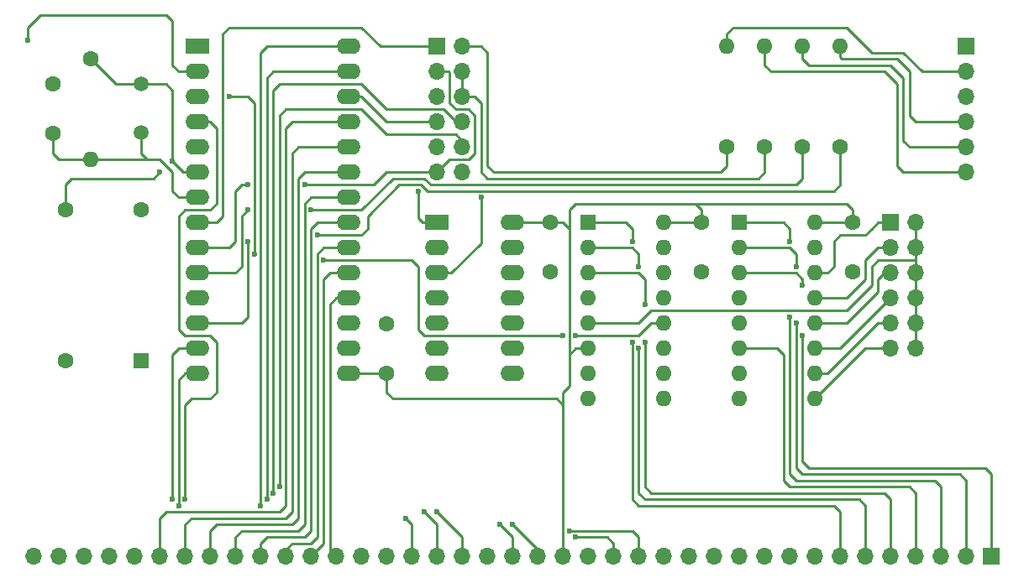
<source format=gtl>
G04 #@! TF.GenerationSoftware,KiCad,Pcbnew,(5.1.5)-3*
G04 #@! TF.CreationDate,2020-10-17T22:09:53+02:00*
G04 #@! TF.ProjectId,RC1 ACIA,52433120-4143-4494-912e-6b696361645f,rev?*
G04 #@! TF.SameCoordinates,Original*
G04 #@! TF.FileFunction,Copper,L1,Top*
G04 #@! TF.FilePolarity,Positive*
%FSLAX46Y46*%
G04 Gerber Fmt 4.6, Leading zero omitted, Abs format (unit mm)*
G04 Created by KiCad (PCBNEW (5.1.5)-3) date 2020-10-17 22:09:53*
%MOMM*%
%LPD*%
G04 APERTURE LIST*
%ADD10C,1.600000*%
%ADD11R,1.700000X1.700000*%
%ADD12O,1.700000X1.700000*%
%ADD13R,1.600000X1.600000*%
%ADD14O,1.600000X1.600000*%
%ADD15R,2.400000X1.600000*%
%ADD16O,2.400000X1.600000*%
%ADD17C,1.500000*%
%ADD18C,0.600000*%
%ADD19C,0.250000*%
G04 APERTURE END LIST*
D10*
X98425000Y-99695000D03*
X98425000Y-104695000D03*
D11*
X193040000Y-147320000D03*
D12*
X190500000Y-147320000D03*
X187960000Y-147320000D03*
X185420000Y-147320000D03*
X182880000Y-147320000D03*
X180340000Y-147320000D03*
X177800000Y-147320000D03*
X175260000Y-147320000D03*
X172720000Y-147320000D03*
X170180000Y-147320000D03*
X167640000Y-147320000D03*
X165100000Y-147320000D03*
X162560000Y-147320000D03*
X160020000Y-147320000D03*
X157480000Y-147320000D03*
X154940000Y-147320000D03*
X152400000Y-147320000D03*
X149860000Y-147320000D03*
X147320000Y-147320000D03*
X144780000Y-147320000D03*
X142240000Y-147320000D03*
X139700000Y-147320000D03*
X137160000Y-147320000D03*
X134620000Y-147320000D03*
X132080000Y-147320000D03*
X129540000Y-147320000D03*
X127000000Y-147320000D03*
X124460000Y-147320000D03*
X121920000Y-147320000D03*
X119380000Y-147320000D03*
X116840000Y-147320000D03*
X114300000Y-147320000D03*
X111760000Y-147320000D03*
X109220000Y-147320000D03*
X106680000Y-147320000D03*
X104140000Y-147320000D03*
X101600000Y-147320000D03*
X99060000Y-147320000D03*
X96520000Y-147320000D03*
D13*
X167640000Y-113665000D03*
D14*
X175260000Y-131445000D03*
X167640000Y-116205000D03*
X175260000Y-128905000D03*
X167640000Y-118745000D03*
X175260000Y-126365000D03*
X167640000Y-121285000D03*
X175260000Y-123825000D03*
X167640000Y-123825000D03*
X175260000Y-121285000D03*
X167640000Y-126365000D03*
X175260000Y-118745000D03*
X167640000Y-128905000D03*
X175260000Y-116205000D03*
X167640000Y-131445000D03*
X175260000Y-113665000D03*
D13*
X152400000Y-113665000D03*
D14*
X160020000Y-131445000D03*
X152400000Y-116205000D03*
X160020000Y-128905000D03*
X152400000Y-118745000D03*
X160020000Y-126365000D03*
X152400000Y-121285000D03*
X160020000Y-123825000D03*
X152400000Y-123825000D03*
X160020000Y-121285000D03*
X152400000Y-126365000D03*
X160020000Y-118745000D03*
X152400000Y-128905000D03*
X160020000Y-116205000D03*
X152400000Y-131445000D03*
X160020000Y-113665000D03*
D11*
X182880000Y-113665000D03*
D12*
X185420000Y-113665000D03*
X182880000Y-116205000D03*
X185420000Y-116205000D03*
X182880000Y-118745000D03*
X185420000Y-118745000D03*
X182880000Y-121285000D03*
X185420000Y-121285000D03*
X182880000Y-123825000D03*
X185420000Y-123825000D03*
X182880000Y-126365000D03*
X185420000Y-126365000D03*
D10*
X132080000Y-128905000D03*
X132080000Y-123905000D03*
X179070000Y-113665000D03*
X179070000Y-118665000D03*
X148590000Y-113665000D03*
X148590000Y-118665000D03*
X163830000Y-113665000D03*
X163830000Y-118665000D03*
D13*
X107315000Y-127635000D03*
D10*
X99695000Y-127635000D03*
X99695000Y-112395000D03*
X107315000Y-112395000D03*
D11*
X190500000Y-95885000D03*
D12*
X190500000Y-98425000D03*
X190500000Y-100965000D03*
X190500000Y-103505000D03*
X190500000Y-106045000D03*
X190500000Y-108585000D03*
D10*
X102235000Y-97155000D03*
D14*
X102235000Y-107315000D03*
D10*
X173990000Y-106045000D03*
D14*
X173990000Y-95885000D03*
D10*
X177800000Y-106045000D03*
D14*
X177800000Y-95885000D03*
D10*
X166370000Y-106045000D03*
D14*
X166370000Y-95885000D03*
D15*
X113030000Y-95885000D03*
D16*
X128270000Y-128905000D03*
X113030000Y-98425000D03*
X128270000Y-126365000D03*
X113030000Y-100965000D03*
X128270000Y-123825000D03*
X113030000Y-103505000D03*
X128270000Y-121285000D03*
X113030000Y-106045000D03*
X128270000Y-118745000D03*
X113030000Y-108585000D03*
X128270000Y-116205000D03*
X113030000Y-111125000D03*
X128270000Y-113665000D03*
X113030000Y-113665000D03*
X128270000Y-111125000D03*
X113030000Y-116205000D03*
X128270000Y-108585000D03*
X113030000Y-118745000D03*
X128270000Y-106045000D03*
X113030000Y-121285000D03*
X128270000Y-103505000D03*
X113030000Y-123825000D03*
X128270000Y-100965000D03*
X113030000Y-126365000D03*
X128270000Y-98425000D03*
X113030000Y-128905000D03*
X128270000Y-95885000D03*
D15*
X137160000Y-113665000D03*
D16*
X144780000Y-128905000D03*
X137160000Y-116205000D03*
X144780000Y-126365000D03*
X137160000Y-118745000D03*
X144780000Y-123825000D03*
X137160000Y-121285000D03*
X144780000Y-121285000D03*
X137160000Y-123825000D03*
X144780000Y-118745000D03*
X137160000Y-126365000D03*
X144780000Y-116205000D03*
X137160000Y-128905000D03*
X144780000Y-113665000D03*
D17*
X107315000Y-99695000D03*
X107315000Y-104575000D03*
D12*
X139700000Y-108585000D03*
X137160000Y-108585000D03*
X139700000Y-106045000D03*
X137160000Y-106045000D03*
X139700000Y-103505000D03*
X137160000Y-103505000D03*
X139700000Y-100965000D03*
X137160000Y-100965000D03*
X139700000Y-98425000D03*
X137160000Y-98425000D03*
X139700000Y-95885000D03*
D11*
X137160000Y-95885000D03*
D14*
X170180000Y-95885000D03*
D10*
X170180000Y-106045000D03*
D18*
X95885000Y-95250000D03*
X173990000Y-120015000D03*
X173990000Y-125095000D03*
X173355000Y-118110000D03*
X173355000Y-123825000D03*
X172720000Y-123190000D03*
X172720000Y-115570000D03*
X158115000Y-121920000D03*
X158115000Y-125730000D03*
X157480000Y-118110000D03*
X157480000Y-126365000D03*
X156845000Y-115570000D03*
X156845000Y-125730000D03*
X150495000Y-144780000D03*
X111125000Y-142240000D03*
X151130000Y-145415000D03*
X110490000Y-141605000D03*
X144780000Y-144145000D03*
X120015000Y-141605000D03*
X119380000Y-142240000D03*
X133985000Y-143510000D03*
X118745000Y-116840000D03*
X125730000Y-117475000D03*
X151130000Y-125095000D03*
X149860000Y-125095000D03*
X116205000Y-100965000D03*
X143510000Y-144145000D03*
X111760000Y-141605000D03*
X137160000Y-142875000D03*
X121285000Y-140335000D03*
X135890000Y-142875000D03*
X120650000Y-140970000D03*
X141604988Y-111125000D03*
X135255000Y-110490000D03*
X123825000Y-109855000D03*
X118110000Y-109855000D03*
X124460000Y-112395000D03*
X118110000Y-112395000D03*
X118110000Y-115570000D03*
X125095000Y-114935000D03*
X110490000Y-107495000D03*
X109220000Y-108585000D03*
D19*
X149860000Y-147320000D02*
X149860000Y-142875000D01*
X149860000Y-142875000D02*
X149860000Y-132080000D01*
X97155000Y-92710000D02*
X95885000Y-93980000D01*
X95885000Y-93980000D02*
X95885000Y-95250000D01*
X110490000Y-93345000D02*
X109855000Y-92710000D01*
X109855000Y-92710000D02*
X97155000Y-92710000D01*
X148590000Y-113665000D02*
X149860000Y-113665000D01*
X149860000Y-113665000D02*
X150495000Y-114300000D01*
X150495000Y-127000000D02*
X150495000Y-114300000D01*
X150495000Y-114300000D02*
X150495000Y-112395000D01*
X151130000Y-111760000D02*
X163195000Y-111760000D01*
X150495000Y-112395000D02*
X151130000Y-111760000D01*
X149860000Y-130810000D02*
X150495000Y-130175000D01*
X149860000Y-132080000D02*
X149860000Y-130810000D01*
X150495000Y-130175000D02*
X150495000Y-127000000D01*
X150495000Y-127000000D02*
X151130000Y-126365000D01*
X148590000Y-113665000D02*
X149225000Y-113665000D01*
X163830000Y-112395000D02*
X163195000Y-111760000D01*
X163830000Y-113665000D02*
X163830000Y-112395000D01*
X178435000Y-111760000D02*
X179070000Y-112395000D01*
X179070000Y-113665000D02*
X179070000Y-112395000D01*
X163830000Y-111760000D02*
X164465000Y-111760000D01*
X164465000Y-111760000D02*
X178435000Y-111760000D01*
X163195000Y-111760000D02*
X163830000Y-111760000D01*
X111125000Y-98425000D02*
X110490000Y-97790000D01*
X110490000Y-97790000D02*
X110490000Y-93345000D01*
X111125000Y-98425000D02*
X113030000Y-98425000D01*
X149860000Y-132080000D02*
X149225000Y-131445000D01*
X149225000Y-131445000D02*
X132715000Y-131445000D01*
X132715000Y-131445000D02*
X132080000Y-130810000D01*
X132080000Y-130810000D02*
X132080000Y-128905000D01*
X151130000Y-126365000D02*
X152400000Y-126365000D01*
X128270000Y-128905000D02*
X132080000Y-128905000D01*
X148590000Y-113665000D02*
X144780000Y-113665000D01*
X175260000Y-113665000D02*
X179070000Y-113665000D01*
X160020000Y-113665000D02*
X163830000Y-113665000D01*
X193040000Y-139700000D02*
X193040000Y-139065000D01*
X174625000Y-138430000D02*
X173990000Y-137795000D01*
X192405000Y-138430000D02*
X174625000Y-138430000D01*
X193040000Y-139065000D02*
X192405000Y-138430000D01*
X173990000Y-125095000D02*
X173990000Y-137795000D01*
X172720000Y-118745000D02*
X173355000Y-118745000D01*
X173990000Y-119380000D02*
X173990000Y-120015000D01*
X173355000Y-118745000D02*
X173990000Y-119380000D01*
X167640000Y-118745000D02*
X172720000Y-118745000D01*
X193040000Y-139700000D02*
X193040000Y-147320000D01*
X173355000Y-138430000D02*
X173990000Y-139065000D01*
X190500000Y-139700000D02*
X190500000Y-140335000D01*
X189865000Y-139065000D02*
X190500000Y-139700000D01*
X173990000Y-139065000D02*
X189865000Y-139065000D01*
X173355000Y-123825000D02*
X173355000Y-138430000D01*
X172720000Y-116205000D02*
X173355000Y-116840000D01*
X173355000Y-116840000D02*
X173355000Y-118110000D01*
X167640000Y-116205000D02*
X172720000Y-116205000D01*
X190500000Y-140335000D02*
X190500000Y-147320000D01*
X187960000Y-140970000D02*
X187960000Y-140335000D01*
X173355000Y-139700000D02*
X172720000Y-139065000D01*
X187325000Y-139700000D02*
X173355000Y-139700000D01*
X187960000Y-140335000D02*
X187325000Y-139700000D01*
X172720000Y-123190000D02*
X172720000Y-139065000D01*
X172085000Y-113665000D02*
X172720000Y-114300000D01*
X172720000Y-114300000D02*
X172720000Y-115570000D01*
X167640000Y-113665000D02*
X172085000Y-113665000D01*
X187960000Y-140970000D02*
X187960000Y-147320000D01*
X172085000Y-139700000D02*
X172720000Y-140335000D01*
X185420000Y-140970000D02*
X185420000Y-141605000D01*
X184785000Y-140335000D02*
X185420000Y-140970000D01*
X172720000Y-140335000D02*
X184785000Y-140335000D01*
X167640000Y-126365000D02*
X171450000Y-126365000D01*
X185420000Y-141605000D02*
X185420000Y-147320000D01*
X172085000Y-127000000D02*
X172085000Y-139700000D01*
X171450000Y-126365000D02*
X172085000Y-127000000D01*
X182880000Y-142240000D02*
X182880000Y-141605000D01*
X158750000Y-140970000D02*
X158115000Y-140335000D01*
X182245000Y-140970000D02*
X158750000Y-140970000D01*
X182880000Y-141605000D02*
X182245000Y-140970000D01*
X182880000Y-147320000D02*
X182880000Y-142240000D01*
X157480000Y-118745000D02*
X152400000Y-118745000D01*
X158115000Y-119380000D02*
X158115000Y-121920000D01*
X157480000Y-118745000D02*
X158115000Y-119380000D01*
X158115000Y-140335000D02*
X158115000Y-125730000D01*
X157480000Y-140970000D02*
X158115000Y-141605000D01*
X180340000Y-142240000D02*
X180340000Y-147320000D01*
X179705000Y-141605000D02*
X180340000Y-142240000D01*
X158115000Y-141605000D02*
X179705000Y-141605000D01*
X157480000Y-126365000D02*
X157480000Y-140970000D01*
X152400000Y-116205000D02*
X156845000Y-116205000D01*
X157480000Y-116840000D02*
X157480000Y-118110000D01*
X156845000Y-116205000D02*
X157480000Y-116840000D01*
X156845000Y-125730000D02*
X156845000Y-141605000D01*
X152400000Y-113665000D02*
X156210000Y-113665000D01*
X156845000Y-114300000D02*
X156845000Y-115570000D01*
X156210000Y-113665000D02*
X156845000Y-114300000D01*
X177800000Y-142875000D02*
X177800000Y-147320000D01*
X177165000Y-142240000D02*
X177800000Y-142875000D01*
X157480000Y-142240000D02*
X177165000Y-142240000D01*
X156845000Y-141605000D02*
X157480000Y-142240000D01*
X150495000Y-144780000D02*
X156845000Y-144780000D01*
X111760000Y-128905000D02*
X111125000Y-129540000D01*
X111125000Y-129540000D02*
X111125000Y-142240000D01*
X157480000Y-147320000D02*
X157480000Y-145415000D01*
X157480000Y-145415000D02*
X156845000Y-144780000D01*
X111760000Y-128905000D02*
X113030000Y-128905000D01*
X154940000Y-147320000D02*
X154940000Y-146050000D01*
X154305000Y-145415000D02*
X151130000Y-145415000D01*
X154940000Y-146050000D02*
X154305000Y-145415000D01*
X111125000Y-126365000D02*
X113030000Y-126365000D01*
X110490000Y-127000000D02*
X111125000Y-126365000D01*
X110490000Y-141605000D02*
X110490000Y-127000000D01*
X144780000Y-144145000D02*
X147320000Y-146685000D01*
X147320000Y-146685000D02*
X147320000Y-147320000D01*
X120650000Y-98425000D02*
X128270000Y-98425000D01*
X120015000Y-99060000D02*
X120650000Y-98425000D01*
X120015000Y-141605000D02*
X120015000Y-99060000D01*
X134620000Y-147320000D02*
X134620000Y-144145000D01*
X120015000Y-95885000D02*
X128270000Y-95885000D01*
X119380000Y-96520000D02*
X120015000Y-95885000D01*
X119380000Y-115570000D02*
X119380000Y-96520000D01*
X119380000Y-142240000D02*
X119380000Y-115570000D01*
X134620000Y-144145000D02*
X133985000Y-143510000D01*
X126365000Y-131445000D02*
X126365000Y-146685000D01*
X126365000Y-146685000D02*
X127000000Y-147320000D01*
X127000000Y-121285000D02*
X128270000Y-121285000D01*
X126365000Y-121920000D02*
X127000000Y-121285000D01*
X126365000Y-131445000D02*
X126365000Y-121920000D01*
X128270000Y-118745000D02*
X126365000Y-118745000D01*
X125730000Y-146050000D02*
X124460000Y-147320000D01*
X125730000Y-119380000D02*
X125730000Y-146050000D01*
X126365000Y-118745000D02*
X125730000Y-119380000D01*
X123190000Y-146050000D02*
X122555000Y-146050000D01*
X122555000Y-146050000D02*
X121920000Y-146685000D01*
X121920000Y-146685000D02*
X121920000Y-147320000D01*
X125095000Y-144145000D02*
X125095000Y-145415000D01*
X124460000Y-146050000D02*
X123190000Y-146050000D01*
X125095000Y-145415000D02*
X124460000Y-146050000D01*
X128270000Y-116205000D02*
X125730000Y-116205000D01*
X125095000Y-116840000D02*
X125095000Y-144145000D01*
X125730000Y-116205000D02*
X125095000Y-116840000D01*
X121285000Y-145415000D02*
X120015000Y-145415000D01*
X119380000Y-146050000D02*
X119380000Y-147320000D01*
X120015000Y-145415000D02*
X119380000Y-146050000D01*
X124460000Y-142240000D02*
X124460000Y-144780000D01*
X123825000Y-145415000D02*
X121285000Y-145415000D01*
X124460000Y-144780000D02*
X123825000Y-145415000D01*
X128270000Y-113665000D02*
X125095000Y-113665000D01*
X124460000Y-114300000D02*
X124460000Y-142240000D01*
X125095000Y-113665000D02*
X124460000Y-114300000D01*
X119380000Y-144780000D02*
X117475000Y-144780000D01*
X116840000Y-145415000D02*
X116840000Y-147320000D01*
X117475000Y-144780000D02*
X116840000Y-145415000D01*
X123825000Y-140335000D02*
X123825000Y-144145000D01*
X123190000Y-144780000D02*
X119380000Y-144780000D01*
X123825000Y-144145000D02*
X123190000Y-144780000D01*
X128270000Y-111125000D02*
X124460000Y-111125000D01*
X123825000Y-111760000D02*
X123825000Y-140335000D01*
X124460000Y-111125000D02*
X123825000Y-111760000D01*
X117475000Y-144145000D02*
X114935000Y-144145000D01*
X114300000Y-144780000D02*
X114300000Y-147320000D01*
X114935000Y-144145000D02*
X114300000Y-144780000D01*
X123190000Y-138430000D02*
X123190000Y-143510000D01*
X122555000Y-144145000D02*
X117475000Y-144145000D01*
X123190000Y-143510000D02*
X122555000Y-144145000D01*
X128270000Y-108585000D02*
X123825000Y-108585000D01*
X123190000Y-109220000D02*
X123190000Y-138430000D01*
X123825000Y-108585000D02*
X123190000Y-109220000D01*
X115570000Y-143510000D02*
X112395000Y-143510000D01*
X111760000Y-144145000D02*
X111760000Y-147320000D01*
X112395000Y-143510000D02*
X111760000Y-144145000D01*
X122555000Y-136525000D02*
X122555000Y-142875000D01*
X121920000Y-143510000D02*
X115570000Y-143510000D01*
X122555000Y-142875000D02*
X121920000Y-143510000D01*
X128270000Y-106045000D02*
X123190000Y-106045000D01*
X122555000Y-106680000D02*
X122555000Y-136525000D01*
X123190000Y-106045000D02*
X122555000Y-106680000D01*
X113665000Y-142875000D02*
X109855000Y-142875000D01*
X109220000Y-143510000D02*
X109220000Y-147320000D01*
X109855000Y-142875000D02*
X109220000Y-143510000D01*
X121920000Y-134620000D02*
X121920000Y-142240000D01*
X121285000Y-142875000D02*
X113665000Y-142875000D01*
X121920000Y-142240000D02*
X121285000Y-142875000D01*
X128270000Y-103505000D02*
X122555000Y-103505000D01*
X121920000Y-104140000D02*
X121920000Y-134620000D01*
X122555000Y-103505000D02*
X121920000Y-104140000D01*
X179705000Y-121285000D02*
X178435000Y-122555000D01*
X178435000Y-122555000D02*
X177800000Y-122555000D01*
X180975000Y-118745000D02*
X180975000Y-118110000D01*
X179705000Y-121285000D02*
X180975000Y-120015000D01*
X180975000Y-120015000D02*
X180975000Y-118745000D01*
X158750000Y-122555000D02*
X177165000Y-122555000D01*
X157480000Y-123825000D02*
X158750000Y-122555000D01*
X152400000Y-123825000D02*
X157480000Y-123825000D01*
X177165000Y-122555000D02*
X177800000Y-122555000D01*
X181610000Y-117475000D02*
X185420000Y-117475000D01*
X180975000Y-118110000D02*
X181610000Y-117475000D01*
X185420000Y-123825000D02*
X185420000Y-126365000D01*
X185420000Y-121285000D02*
X185420000Y-123825000D01*
X185420000Y-118745000D02*
X185420000Y-120015000D01*
X185420000Y-120015000D02*
X185420000Y-121285000D01*
X185420000Y-116205000D02*
X185420000Y-117475000D01*
X185420000Y-117475000D02*
X185420000Y-118745000D01*
X185420000Y-113665000D02*
X185420000Y-116205000D01*
X114935000Y-113665000D02*
X113030000Y-113665000D01*
X131445000Y-95885000D02*
X129540000Y-93980000D01*
X115570000Y-113030000D02*
X114935000Y-113665000D01*
X129540000Y-93980000D02*
X116205000Y-93980000D01*
X116205000Y-93980000D02*
X115570000Y-94615000D01*
X137160000Y-95885000D02*
X131445000Y-95885000D01*
X115570000Y-94615000D02*
X115570000Y-113030000D01*
X177165000Y-116205000D02*
X177165000Y-115570000D01*
X177800000Y-114935000D02*
X180340000Y-114935000D01*
X177165000Y-115570000D02*
X177800000Y-114935000D01*
X177165000Y-116205000D02*
X177165000Y-118110000D01*
X180340000Y-114935000D02*
X180975000Y-114300000D01*
X175260000Y-118745000D02*
X176530000Y-118745000D01*
X181610000Y-113665000D02*
X182880000Y-113665000D01*
X180975000Y-114300000D02*
X181610000Y-113665000D01*
X176530000Y-118745000D02*
X177165000Y-118110000D01*
X179705000Y-120015000D02*
X178435000Y-121285000D01*
X178435000Y-121285000D02*
X177800000Y-121285000D01*
X180340000Y-118110000D02*
X180340000Y-117475000D01*
X181610000Y-116205000D02*
X182880000Y-116205000D01*
X180340000Y-117475000D02*
X181610000Y-116205000D01*
X179705000Y-120015000D02*
X180340000Y-119380000D01*
X180340000Y-119380000D02*
X180340000Y-118110000D01*
X175260000Y-121285000D02*
X177800000Y-121285000D01*
X182245000Y-116205000D02*
X182880000Y-116205000D01*
X179070000Y-123190000D02*
X180340000Y-121920000D01*
X181610000Y-120015000D02*
X181610000Y-120650000D01*
X181610000Y-120650000D02*
X180340000Y-121920000D01*
X175260000Y-123825000D02*
X178435000Y-123825000D01*
X178435000Y-123825000D02*
X179070000Y-123190000D01*
X181610000Y-119380000D02*
X182245000Y-118745000D01*
X181610000Y-120015000D02*
X181610000Y-119380000D01*
X182245000Y-118745000D02*
X182880000Y-118745000D01*
X177165000Y-126365000D02*
X177800000Y-126365000D01*
X177800000Y-126365000D02*
X182880000Y-121285000D01*
X175260000Y-126365000D02*
X177165000Y-126365000D01*
X175260000Y-128905000D02*
X176530000Y-128905000D01*
X176530000Y-128905000D02*
X181610000Y-123825000D01*
X175260000Y-128905000D02*
X175895000Y-128905000D01*
X181610000Y-123825000D02*
X182880000Y-123825000D01*
X181610000Y-126365000D02*
X180340000Y-126365000D01*
X180340000Y-126365000D02*
X175260000Y-131445000D01*
X182880000Y-126365000D02*
X181610000Y-126365000D01*
X118745000Y-107315000D02*
X118745000Y-101600000D01*
X118745000Y-116840000D02*
X118745000Y-107315000D01*
X135255000Y-123190000D02*
X135255000Y-118110000D01*
X134620000Y-117475000D02*
X125730000Y-117475000D01*
X135255000Y-118110000D02*
X134620000Y-117475000D01*
X149860000Y-125095000D02*
X135890000Y-125095000D01*
X158750000Y-123825000D02*
X157480000Y-125095000D01*
X157480000Y-125095000D02*
X151130000Y-125095000D01*
X160020000Y-123825000D02*
X158750000Y-123825000D01*
X135255000Y-124460000D02*
X135255000Y-123190000D01*
X135890000Y-125095000D02*
X135255000Y-124460000D01*
X118110000Y-100965000D02*
X116205000Y-100965000D01*
X118745000Y-101600000D02*
X118110000Y-100965000D01*
X144780000Y-145415000D02*
X143510000Y-144145000D01*
X113030000Y-103505000D02*
X114300000Y-103505000D01*
X111760000Y-132080000D02*
X111760000Y-141605000D01*
X112395000Y-131445000D02*
X111760000Y-132080000D01*
X114300000Y-131445000D02*
X112395000Y-131445000D01*
X114935000Y-130810000D02*
X114300000Y-131445000D01*
X114935000Y-125730000D02*
X114935000Y-130810000D01*
X114300000Y-125095000D02*
X114935000Y-125730000D01*
X111760000Y-125095000D02*
X114300000Y-125095000D01*
X111125000Y-124460000D02*
X111760000Y-125095000D01*
X111125000Y-113030000D02*
X111125000Y-124460000D01*
X111760000Y-112395000D02*
X111125000Y-113030000D01*
X114300000Y-112395000D02*
X111760000Y-112395000D01*
X114935000Y-111760000D02*
X114300000Y-112395000D01*
X114935000Y-104140000D02*
X114935000Y-111760000D01*
X114300000Y-103505000D02*
X114935000Y-104140000D01*
X144780000Y-145415000D02*
X144780000Y-147320000D01*
X137160000Y-142875000D02*
X139700000Y-145415000D01*
X139700000Y-147320000D02*
X139700000Y-145415000D01*
X121285000Y-102870000D02*
X121285000Y-140335000D01*
X121920000Y-102235000D02*
X121285000Y-102870000D01*
X132080000Y-104775000D02*
X129540000Y-102235000D01*
X139065000Y-104775000D02*
X132080000Y-104775000D01*
X139700000Y-106045000D02*
X139700000Y-105410000D01*
X139700000Y-105410000D02*
X139065000Y-104775000D01*
X129540000Y-102235000D02*
X121920000Y-102235000D01*
X135890000Y-142875000D02*
X137160000Y-144145000D01*
X137160000Y-147320000D02*
X137160000Y-144145000D01*
X120650000Y-100330000D02*
X120650000Y-140970000D01*
X121285000Y-99695000D02*
X120650000Y-100330000D01*
X139700000Y-103505000D02*
X139065000Y-103505000D01*
X132080000Y-102235000D02*
X129540000Y-99695000D01*
X139065000Y-103505000D02*
X137795000Y-102235000D01*
X129540000Y-99695000D02*
X121285000Y-99695000D01*
X137795000Y-102235000D02*
X132080000Y-102235000D01*
X141605000Y-95885000D02*
X139700000Y-95885000D01*
X166370000Y-107950000D02*
X165735000Y-108585000D01*
X142240000Y-96520000D02*
X141605000Y-95885000D01*
X166370000Y-106045000D02*
X166370000Y-107950000D01*
X142875000Y-108585000D02*
X142240000Y-107950000D01*
X165735000Y-108585000D02*
X142875000Y-108585000D01*
X142240000Y-107950000D02*
X142240000Y-96520000D01*
X138610000Y-118745000D02*
X141604988Y-115750012D01*
X141604988Y-115750012D02*
X141604988Y-111549264D01*
X137160000Y-118745000D02*
X138610000Y-118745000D01*
X141604988Y-111549264D02*
X141604988Y-111125000D01*
X137160000Y-103505000D02*
X132080000Y-103505000D01*
X132080000Y-103505000D02*
X129540000Y-100965000D01*
X129540000Y-100965000D02*
X128270000Y-100965000D01*
X135710000Y-113665000D02*
X135255000Y-113210000D01*
X135255000Y-113210000D02*
X135255000Y-110490000D01*
X137160000Y-113665000D02*
X135710000Y-113665000D01*
X186055000Y-98425000D02*
X190500000Y-98425000D01*
X184150000Y-96520000D02*
X186055000Y-98425000D01*
X166370000Y-94615000D02*
X167005000Y-93980000D01*
X166370000Y-95885000D02*
X166370000Y-94615000D01*
X167005000Y-93980000D02*
X178435000Y-93980000D01*
X178435000Y-93980000D02*
X180975000Y-96520000D01*
X180975000Y-96520000D02*
X184150000Y-96520000D01*
X185420000Y-103505000D02*
X190500000Y-103505000D01*
X177800000Y-97016370D02*
X177938630Y-97155000D01*
X177938630Y-97155000D02*
X183515000Y-97155000D01*
X177800000Y-95885000D02*
X177800000Y-97016370D01*
X184785000Y-102870000D02*
X185420000Y-103505000D01*
X183515000Y-97155000D02*
X184785000Y-98425000D01*
X184785000Y-98425000D02*
X184785000Y-102870000D01*
X173990000Y-97155000D02*
X173990000Y-95885000D01*
X174625000Y-97790000D02*
X173990000Y-97155000D01*
X184785000Y-106045000D02*
X184150000Y-105410000D01*
X184150000Y-99060000D02*
X182880000Y-97790000D01*
X190500000Y-106045000D02*
X184785000Y-106045000D01*
X184150000Y-105410000D02*
X184150000Y-99060000D01*
X182880000Y-97790000D02*
X174625000Y-97790000D01*
X183515000Y-107950000D02*
X184150000Y-108585000D01*
X170180000Y-97790000D02*
X170815000Y-98425000D01*
X184150000Y-108585000D02*
X190500000Y-108585000D01*
X170180000Y-95885000D02*
X170180000Y-97790000D01*
X183515000Y-99695000D02*
X183515000Y-107950000D01*
X170815000Y-98425000D02*
X182245000Y-98425000D01*
X182245000Y-98425000D02*
X183515000Y-99695000D01*
X116205000Y-116205000D02*
X116840000Y-115570000D01*
X116840000Y-115570000D02*
X116840000Y-110490000D01*
X116840000Y-110490000D02*
X117475000Y-109855000D01*
X116205000Y-116205000D02*
X113030000Y-116205000D01*
X118110000Y-109855000D02*
X117475000Y-109855000D01*
X117475000Y-118110000D02*
X116840000Y-118745000D01*
X117475000Y-113030000D02*
X117475000Y-118110000D01*
X116840000Y-118745000D02*
X113030000Y-118745000D01*
X118110000Y-112395000D02*
X117475000Y-113030000D01*
X173990000Y-109220000D02*
X173990000Y-106045000D01*
X173355000Y-109855000D02*
X173990000Y-109220000D01*
X129540000Y-112395000D02*
X132715000Y-109220000D01*
X124460000Y-112395000D02*
X129540000Y-112395000D01*
X132715000Y-109220000D02*
X135890000Y-109220000D01*
X135890000Y-109220000D02*
X136525000Y-109855000D01*
X136525000Y-109855000D02*
X173355000Y-109855000D01*
X118110000Y-115570000D02*
X118110000Y-123190000D01*
X118110000Y-123190000D02*
X117475000Y-123825000D01*
X117475000Y-123825000D02*
X113030000Y-123825000D01*
X177800000Y-109855000D02*
X177800000Y-106045000D01*
X177165000Y-110490000D02*
X177800000Y-109855000D01*
X135545004Y-109855000D02*
X136180004Y-110490000D01*
X129540000Y-114935000D02*
X130175000Y-114300000D01*
X125095000Y-114935000D02*
X129540000Y-114935000D01*
X130175000Y-114300000D02*
X130175000Y-113030000D01*
X136180004Y-110490000D02*
X177165000Y-110490000D01*
X130175000Y-113030000D02*
X133350000Y-109855000D01*
X133350000Y-109855000D02*
X135545004Y-109855000D01*
X110490000Y-100330000D02*
X109855000Y-99695000D01*
X109855000Y-99695000D02*
X107315000Y-99695000D01*
X110490000Y-107495000D02*
X110490000Y-100330000D01*
X113030000Y-108585000D02*
X111580000Y-108585000D01*
X111580000Y-108585000D02*
X110490000Y-107495000D01*
X104775000Y-99695000D02*
X102235000Y-97155000D01*
X107315000Y-99695000D02*
X104775000Y-99695000D01*
X109220000Y-108585000D02*
X108585000Y-109220000D01*
X108585000Y-109220000D02*
X100330000Y-109220000D01*
X99695000Y-109855000D02*
X99695000Y-112395000D01*
X100330000Y-109220000D02*
X99695000Y-109855000D01*
X102235000Y-107315000D02*
X106680000Y-107315000D01*
X107315000Y-106680000D02*
X107315000Y-104575000D01*
X99060000Y-107315000D02*
X102235000Y-107315000D01*
X98425000Y-104695000D02*
X98425000Y-106680000D01*
X98425000Y-106680000D02*
X99060000Y-107315000D01*
X107950000Y-107315000D02*
X107315000Y-106680000D01*
X106680000Y-107315000D02*
X107950000Y-107315000D01*
X111760000Y-111125000D02*
X113030000Y-111125000D01*
X107950000Y-107315000D02*
X109220000Y-107315000D01*
X110490000Y-108585000D02*
X110490000Y-110490000D01*
X109220000Y-107315000D02*
X110490000Y-108585000D01*
X111125000Y-111125000D02*
X111760000Y-111125000D01*
X110490000Y-110490000D02*
X111125000Y-111125000D01*
X138362081Y-98425000D02*
X138430000Y-98492919D01*
X137160000Y-98425000D02*
X138362081Y-98425000D01*
X138430000Y-98492919D02*
X138430000Y-101600000D01*
X138430000Y-101600000D02*
X139065000Y-102235000D01*
X139065000Y-102235000D02*
X140335000Y-102235000D01*
X140335000Y-102235000D02*
X140970000Y-102870000D01*
X140970000Y-102870000D02*
X140970000Y-106680000D01*
X140970000Y-106680000D02*
X140335000Y-107315000D01*
X138430000Y-107315000D02*
X137160000Y-108585000D01*
X140335000Y-107315000D02*
X138430000Y-107315000D01*
X130810000Y-109855000D02*
X123825000Y-109855000D01*
X137160000Y-108585000D02*
X132080000Y-108585000D01*
X132080000Y-108585000D02*
X130810000Y-109855000D01*
X139700000Y-100965000D02*
X139700000Y-98425000D01*
X169545000Y-109220000D02*
X170180000Y-108585000D01*
X140970000Y-100965000D02*
X141605000Y-101600000D01*
X142240000Y-109220000D02*
X169545000Y-109220000D01*
X139700000Y-100965000D02*
X140970000Y-100965000D01*
X141605000Y-101600000D02*
X141605000Y-108585000D01*
X170180000Y-108585000D02*
X170180000Y-106045000D01*
X141605000Y-108585000D02*
X142240000Y-109220000D01*
M02*

</source>
